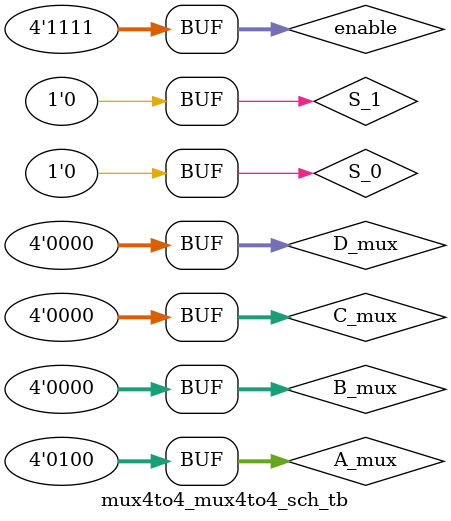
<source format=v>

`timescale 1ns / 1ps

module mux4to4_mux4to4_sch_tb();

   reg [3:0] A_mux;
   reg [3:0] B_mux;
   reg [3:0] C_mux;
   reg [3:0] D_mux;
   reg S_0;
   reg S_1;
   reg [3:0] enable;
   

// Output
   wire [3:0] Y_out;

// Bidirs

// Instantiate the UUT
   mux4to4 UUT (
		.Y_out(Y_out[3:0]), 
		.A_mux(A_mux[3:0]), 
		.B_mux(B_mux[3:0]), 
		.C_mux(C_mux[3:0]), 
		.D_mux(D_mux[3:0]), 
		.S_0(S_0), 
		.S_1(S_1),
		.enable(enable[3:0])
		
   );

      initial begin
		A_mux =0;
		B_mux = 0;
		C_mux = 0;
		D_mux = 0; 
		S_0=0;
		S_1=0;
		enable=15;
		
		#100;  
		A_mux = 4;
		B_mux = 0;
		C_mux = 0;
		D_mux = 0;
		S_0 = 0;
		S_1 = 0;
		enable=15;
		
		#100;
		A_mux =4;
		B_mux = 0;
		C_mux = 0;
		D_mux = 0;
		S_0 = 0;
		S_1 = 0;
		
		  end
endmodule

</source>
